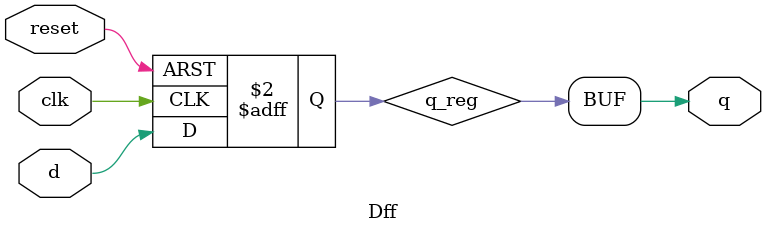
<source format=v>
`timescale 1ns / 1ps


module Dff(input clk,
           input d,
           input reset,
           output q
    );
    
    reg q_reg;
    assign q = q_reg;
    always @(posedge clk, posedge reset)
    begin
     if(reset)
        begin
        q_reg <= 1'b1; /* here delibrately this is assigned with 1 else the counters will always be in 0 state aand will never generate bit sequence. 
                        Asynchronous Reset is used here.*/
        end
        else
        begin
        q_reg <= d;
        end
      end
endmodule

</source>
